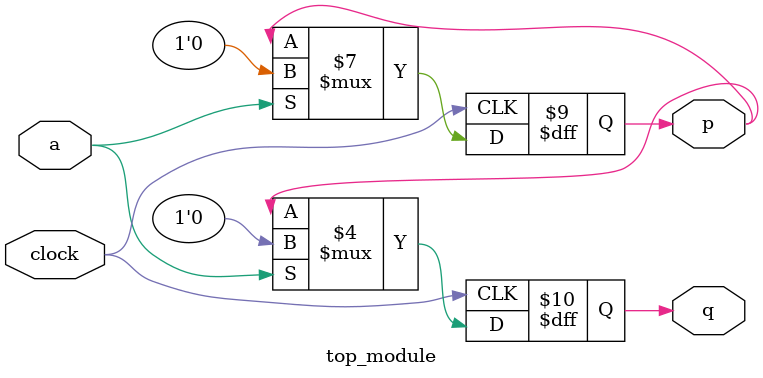
<source format=sv>
module top_module (
  input wire clock,
  input wire a,
  output reg p,
  output reg q
);

always @(posedge clock) begin
  if (a == 1'b1) begin
    p <= 1'b0;
    q <= 1'b0;
  end else begin
    p <= p;
    q <= p;
  end
end

endmodule

</source>
